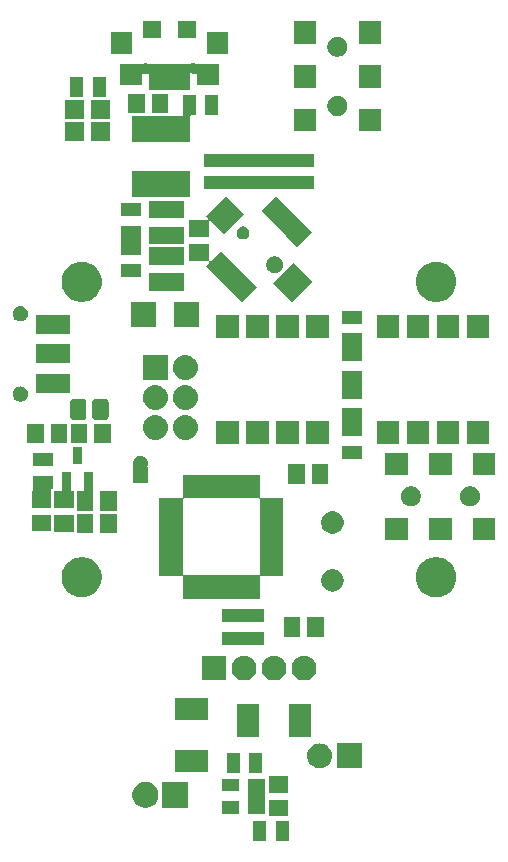
<source format=gbr>
G04 #@! TF.GenerationSoftware,KiCad,Pcbnew,(5.0.2)-1*
G04 #@! TF.CreationDate,2019-02-16T20:24:50+11:00*
G04 #@! TF.ProjectId,lightning trigger,6c696768-746e-4696-9e67-207472696767,rev?*
G04 #@! TF.SameCoordinates,Original*
G04 #@! TF.FileFunction,Soldermask,Top*
G04 #@! TF.FilePolarity,Negative*
%FSLAX46Y46*%
G04 Gerber Fmt 4.6, Leading zero omitted, Abs format (unit mm)*
G04 Created by KiCad (PCBNEW (5.0.2)-1) date 16/02/2019 8:24:50 PM*
%MOMM*%
%LPD*%
G01*
G04 APERTURE LIST*
%ADD10C,0.100000*%
G04 APERTURE END LIST*
D10*
G36*
X2516000Y-34632000D02*
X1416000Y-34632000D01*
X1416000Y-32932000D01*
X2516000Y-32932000D01*
X2516000Y-34632000D01*
X2516000Y-34632000D01*
G37*
G36*
X616000Y-34632000D02*
X-484000Y-34632000D01*
X-484000Y-32932000D01*
X616000Y-32932000D01*
X616000Y-34632000D01*
X616000Y-34632000D01*
G37*
G36*
X2476000Y-32561000D02*
X826000Y-32561000D01*
X826000Y-31161000D01*
X2476000Y-31161000D01*
X2476000Y-32561000D01*
X2476000Y-32561000D01*
G37*
G36*
X560000Y-32336000D02*
X-900000Y-32336000D01*
X-900000Y-29386000D01*
X560000Y-29386000D01*
X560000Y-32336000D01*
X560000Y-32336000D01*
G37*
G36*
X-1640000Y-32336000D02*
X-3100000Y-32336000D01*
X-3100000Y-31286000D01*
X-1640000Y-31286000D01*
X-1640000Y-32336000D01*
X-1640000Y-32336000D01*
G37*
G36*
X-5961200Y-31834000D02*
X-8161200Y-31834000D01*
X-8161200Y-29634000D01*
X-5961200Y-29634000D01*
X-5961200Y-31834000D01*
X-5961200Y-31834000D01*
G37*
G36*
X-9280343Y-29676272D02*
X-9080158Y-29759191D01*
X-8899987Y-29879578D01*
X-8746778Y-30032787D01*
X-8626391Y-30212958D01*
X-8543472Y-30413143D01*
X-8501200Y-30625658D01*
X-8501200Y-30842342D01*
X-8543472Y-31054857D01*
X-8626391Y-31255042D01*
X-8746778Y-31435213D01*
X-8899987Y-31588422D01*
X-9080158Y-31708809D01*
X-9280343Y-31791728D01*
X-9492858Y-31834000D01*
X-9709542Y-31834000D01*
X-9922057Y-31791728D01*
X-10122242Y-31708809D01*
X-10302413Y-31588422D01*
X-10455622Y-31435213D01*
X-10576009Y-31255042D01*
X-10658928Y-31054857D01*
X-10701200Y-30842342D01*
X-10701200Y-30625658D01*
X-10658928Y-30413143D01*
X-10576009Y-30212958D01*
X-10455622Y-30032787D01*
X-10302413Y-29879578D01*
X-10122242Y-29759191D01*
X-9922057Y-29676272D01*
X-9709542Y-29634000D01*
X-9492858Y-29634000D01*
X-9280343Y-29676272D01*
X-9280343Y-29676272D01*
G37*
G36*
X2476000Y-30561000D02*
X826000Y-30561000D01*
X826000Y-29161000D01*
X2476000Y-29161000D01*
X2476000Y-30561000D01*
X2476000Y-30561000D01*
G37*
G36*
X-1640000Y-30436000D02*
X-3100000Y-30436000D01*
X-3100000Y-29386000D01*
X-1640000Y-29386000D01*
X-1640000Y-30436000D01*
X-1640000Y-30436000D01*
G37*
G36*
X291000Y-28917000D02*
X-809000Y-28917000D01*
X-809000Y-27217000D01*
X291000Y-27217000D01*
X291000Y-28917000D01*
X291000Y-28917000D01*
G37*
G36*
X-1609000Y-28917000D02*
X-2709000Y-28917000D01*
X-2709000Y-27217000D01*
X-1609000Y-27217000D01*
X-1609000Y-28917000D01*
X-1609000Y-28917000D01*
G37*
G36*
X-4325000Y-28801500D02*
X-7105000Y-28801500D01*
X-7105000Y-26951500D01*
X-4325000Y-26951500D01*
X-4325000Y-28801500D01*
X-4325000Y-28801500D01*
G37*
G36*
X5272207Y-26389597D02*
X5349336Y-26397193D01*
X5481287Y-26437220D01*
X5547263Y-26457233D01*
X5729672Y-26554733D01*
X5889554Y-26685946D01*
X6020767Y-26845828D01*
X6118267Y-27028237D01*
X6118267Y-27028238D01*
X6178307Y-27226164D01*
X6198580Y-27432000D01*
X6178307Y-27637836D01*
X6138280Y-27769787D01*
X6118267Y-27835763D01*
X6020767Y-28018172D01*
X5889554Y-28178054D01*
X5729672Y-28309267D01*
X5547263Y-28406767D01*
X5481287Y-28426780D01*
X5349336Y-28466807D01*
X5272207Y-28474404D01*
X5195080Y-28482000D01*
X5091920Y-28482000D01*
X5014793Y-28474404D01*
X4937664Y-28466807D01*
X4805713Y-28426780D01*
X4739737Y-28406767D01*
X4557328Y-28309267D01*
X4397446Y-28178054D01*
X4266233Y-28018172D01*
X4168733Y-27835763D01*
X4148720Y-27769787D01*
X4108693Y-27637836D01*
X4088420Y-27432000D01*
X4108693Y-27226164D01*
X4168733Y-27028238D01*
X4168733Y-27028237D01*
X4266233Y-26845828D01*
X4397446Y-26685946D01*
X4557328Y-26554733D01*
X4739737Y-26457233D01*
X4805713Y-26437220D01*
X4937664Y-26397193D01*
X5014793Y-26389596D01*
X5091920Y-26382000D01*
X5195080Y-26382000D01*
X5272207Y-26389597D01*
X5272207Y-26389597D01*
G37*
G36*
X8733500Y-28482000D02*
X6633500Y-28482000D01*
X6633500Y-26382000D01*
X8733500Y-26382000D01*
X8733500Y-28482000D01*
X8733500Y-28482000D01*
G37*
G36*
X36000Y-25850000D02*
X-1814000Y-25850000D01*
X-1814000Y-23070000D01*
X36000Y-23070000D01*
X36000Y-25850000D01*
X36000Y-25850000D01*
G37*
G36*
X4436000Y-25850000D02*
X2586000Y-25850000D01*
X2586000Y-23070000D01*
X4436000Y-23070000D01*
X4436000Y-25850000D01*
X4436000Y-25850000D01*
G37*
G36*
X-4325000Y-24401500D02*
X-7105000Y-24401500D01*
X-7105000Y-22551500D01*
X-4325000Y-22551500D01*
X-4325000Y-24401500D01*
X-4325000Y-24401500D01*
G37*
G36*
X-2750000Y-21050000D02*
X-4850000Y-21050000D01*
X-4850000Y-18950000D01*
X-2750000Y-18950000D01*
X-2750000Y-21050000D01*
X-2750000Y-21050000D01*
G37*
G36*
X-1131293Y-18957597D02*
X-1054164Y-18965193D01*
X-922213Y-19005220D01*
X-856237Y-19025233D01*
X-673828Y-19122733D01*
X-513946Y-19253946D01*
X-382733Y-19413828D01*
X-285233Y-19596237D01*
X-285233Y-19596238D01*
X-225193Y-19794164D01*
X-204920Y-20000000D01*
X-225193Y-20205836D01*
X-265220Y-20337787D01*
X-285233Y-20403763D01*
X-382733Y-20586172D01*
X-513946Y-20746054D01*
X-673828Y-20877267D01*
X-856237Y-20974767D01*
X-922213Y-20994780D01*
X-1054164Y-21034807D01*
X-1131293Y-21042404D01*
X-1208420Y-21050000D01*
X-1311580Y-21050000D01*
X-1388707Y-21042404D01*
X-1465836Y-21034807D01*
X-1597787Y-20994780D01*
X-1663763Y-20974767D01*
X-1846172Y-20877267D01*
X-2006054Y-20746054D01*
X-2137267Y-20586172D01*
X-2234767Y-20403763D01*
X-2254780Y-20337787D01*
X-2294807Y-20205836D01*
X-2315080Y-20000000D01*
X-2294807Y-19794164D01*
X-2234767Y-19596238D01*
X-2234767Y-19596237D01*
X-2137267Y-19413828D01*
X-2006054Y-19253946D01*
X-1846172Y-19122733D01*
X-1663763Y-19025233D01*
X-1597787Y-19005220D01*
X-1465836Y-18965193D01*
X-1388707Y-18957597D01*
X-1311580Y-18950000D01*
X-1208420Y-18950000D01*
X-1131293Y-18957597D01*
X-1131293Y-18957597D01*
G37*
G36*
X3948707Y-18957597D02*
X4025836Y-18965193D01*
X4157787Y-19005220D01*
X4223763Y-19025233D01*
X4406172Y-19122733D01*
X4566054Y-19253946D01*
X4697267Y-19413828D01*
X4794767Y-19596237D01*
X4794767Y-19596238D01*
X4854807Y-19794164D01*
X4875080Y-20000000D01*
X4854807Y-20205836D01*
X4814780Y-20337787D01*
X4794767Y-20403763D01*
X4697267Y-20586172D01*
X4566054Y-20746054D01*
X4406172Y-20877267D01*
X4223763Y-20974767D01*
X4157787Y-20994780D01*
X4025836Y-21034807D01*
X3948707Y-21042404D01*
X3871580Y-21050000D01*
X3768420Y-21050000D01*
X3691293Y-21042404D01*
X3614164Y-21034807D01*
X3482213Y-20994780D01*
X3416237Y-20974767D01*
X3233828Y-20877267D01*
X3073946Y-20746054D01*
X2942733Y-20586172D01*
X2845233Y-20403763D01*
X2825220Y-20337787D01*
X2785193Y-20205836D01*
X2764920Y-20000000D01*
X2785193Y-19794164D01*
X2845233Y-19596238D01*
X2845233Y-19596237D01*
X2942733Y-19413828D01*
X3073946Y-19253946D01*
X3233828Y-19122733D01*
X3416237Y-19025233D01*
X3482213Y-19005220D01*
X3614164Y-18965193D01*
X3691293Y-18957597D01*
X3768420Y-18950000D01*
X3871580Y-18950000D01*
X3948707Y-18957597D01*
X3948707Y-18957597D01*
G37*
G36*
X1408707Y-18957597D02*
X1485836Y-18965193D01*
X1617787Y-19005220D01*
X1683763Y-19025233D01*
X1866172Y-19122733D01*
X2026054Y-19253946D01*
X2157267Y-19413828D01*
X2254767Y-19596237D01*
X2254767Y-19596238D01*
X2314807Y-19794164D01*
X2335080Y-20000000D01*
X2314807Y-20205836D01*
X2274780Y-20337787D01*
X2254767Y-20403763D01*
X2157267Y-20586172D01*
X2026054Y-20746054D01*
X1866172Y-20877267D01*
X1683763Y-20974767D01*
X1617787Y-20994780D01*
X1485836Y-21034807D01*
X1408707Y-21042404D01*
X1331580Y-21050000D01*
X1228420Y-21050000D01*
X1151293Y-21042404D01*
X1074164Y-21034807D01*
X942213Y-20994780D01*
X876237Y-20974767D01*
X693828Y-20877267D01*
X533946Y-20746054D01*
X402733Y-20586172D01*
X305233Y-20403763D01*
X285220Y-20337787D01*
X245193Y-20205836D01*
X224920Y-20000000D01*
X245193Y-19794164D01*
X305233Y-19596238D01*
X305233Y-19596237D01*
X402733Y-19413828D01*
X533946Y-19253946D01*
X693828Y-19122733D01*
X876237Y-19025233D01*
X942213Y-19005220D01*
X1074164Y-18965193D01*
X1151293Y-18957597D01*
X1228420Y-18950000D01*
X1331580Y-18950000D01*
X1408707Y-18957597D01*
X1408707Y-18957597D01*
G37*
G36*
X469000Y-18010000D02*
X-3136000Y-18010000D01*
X-3136000Y-16910000D01*
X469000Y-16910000D01*
X469000Y-18010000D01*
X469000Y-18010000D01*
G37*
G36*
X3510000Y-17335000D02*
X2110000Y-17335000D01*
X2110000Y-15685000D01*
X3510000Y-15685000D01*
X3510000Y-17335000D01*
X3510000Y-17335000D01*
G37*
G36*
X5510000Y-17335000D02*
X4110000Y-17335000D01*
X4110000Y-15685000D01*
X5510000Y-15685000D01*
X5510000Y-17335000D01*
X5510000Y-17335000D01*
G37*
G36*
X469000Y-16110000D02*
X-3136000Y-16110000D01*
X-3136000Y-15010000D01*
X469000Y-15010000D01*
X469000Y-16110000D01*
X469000Y-16110000D01*
G37*
G36*
X100000Y-5490000D02*
X102402Y-5514386D01*
X109515Y-5537835D01*
X121066Y-5559446D01*
X136612Y-5578388D01*
X155554Y-5593934D01*
X177165Y-5605485D01*
X200614Y-5612598D01*
X225000Y-5615000D01*
X2075000Y-5615000D01*
X2075000Y-12165000D01*
X225000Y-12165000D01*
X200614Y-12167402D01*
X177165Y-12174515D01*
X155554Y-12186066D01*
X136612Y-12201612D01*
X121066Y-12220554D01*
X109515Y-12242165D01*
X102402Y-12265614D01*
X100000Y-12290000D01*
X100000Y-14140000D01*
X-6450000Y-14140000D01*
X-6450000Y-12290000D01*
X-6452402Y-12265614D01*
X-6459515Y-12242165D01*
X-6471066Y-12220554D01*
X-6486612Y-12201612D01*
X-6505554Y-12186066D01*
X-6527165Y-12174515D01*
X-6550614Y-12167402D01*
X-6575000Y-12165000D01*
X-8425000Y-12165000D01*
X-8425000Y-5765000D01*
X-6425000Y-5765000D01*
X-6425000Y-12015000D01*
X-6422598Y-12039386D01*
X-6415485Y-12062835D01*
X-6403934Y-12084446D01*
X-6388388Y-12103388D01*
X-6369446Y-12118934D01*
X-6347835Y-12130485D01*
X-6324386Y-12137598D01*
X-6300000Y-12140000D01*
X-50000Y-12140000D01*
X-25614Y-12137598D01*
X-2165Y-12130485D01*
X19446Y-12118934D01*
X38388Y-12103388D01*
X53934Y-12084446D01*
X65485Y-12062835D01*
X72598Y-12039386D01*
X75000Y-12015000D01*
X75000Y-5765000D01*
X72598Y-5740614D01*
X65485Y-5717165D01*
X53934Y-5695554D01*
X38388Y-5676612D01*
X19446Y-5661066D01*
X-2165Y-5649515D01*
X-25614Y-5642402D01*
X-50000Y-5640000D01*
X-6300000Y-5640000D01*
X-6324386Y-5642402D01*
X-6347835Y-5649515D01*
X-6369446Y-5661066D01*
X-6388388Y-5676612D01*
X-6403934Y-5695554D01*
X-6415485Y-5717165D01*
X-6422598Y-5740614D01*
X-6425000Y-5765000D01*
X-8425000Y-5765000D01*
X-8425000Y-5615000D01*
X-6575000Y-5615000D01*
X-6550614Y-5612598D01*
X-6527165Y-5605485D01*
X-6505554Y-5593934D01*
X-6486612Y-5578388D01*
X-6471066Y-5559446D01*
X-6459515Y-5537835D01*
X-6452402Y-5514386D01*
X-6450000Y-5490000D01*
X-6450000Y-3640000D01*
X100000Y-3640000D01*
X100000Y-5490000D01*
X100000Y-5490000D01*
G37*
G36*
X15386393Y-10643553D02*
X15495872Y-10665330D01*
X15805252Y-10793479D01*
X16083687Y-10979523D01*
X16320477Y-11216313D01*
X16506521Y-11494748D01*
X16634670Y-11804128D01*
X16656447Y-11913607D01*
X16700000Y-12132563D01*
X16700000Y-12467437D01*
X16660390Y-12666567D01*
X16634670Y-12795872D01*
X16506521Y-13105252D01*
X16320477Y-13383687D01*
X16083687Y-13620477D01*
X15805252Y-13806521D01*
X15495872Y-13934670D01*
X15386393Y-13956447D01*
X15167437Y-14000000D01*
X14832563Y-14000000D01*
X14613607Y-13956447D01*
X14504128Y-13934670D01*
X14194748Y-13806521D01*
X13916313Y-13620477D01*
X13679523Y-13383687D01*
X13493479Y-13105252D01*
X13365330Y-12795872D01*
X13339610Y-12666567D01*
X13300000Y-12467437D01*
X13300000Y-12132563D01*
X13343553Y-11913607D01*
X13365330Y-11804128D01*
X13493479Y-11494748D01*
X13679523Y-11216313D01*
X13916313Y-10979523D01*
X14194748Y-10793479D01*
X14504128Y-10665330D01*
X14613607Y-10643553D01*
X14832563Y-10600000D01*
X15167437Y-10600000D01*
X15386393Y-10643553D01*
X15386393Y-10643553D01*
G37*
G36*
X-14613607Y-10643553D02*
X-14504128Y-10665330D01*
X-14194748Y-10793479D01*
X-13916313Y-10979523D01*
X-13679523Y-11216313D01*
X-13493479Y-11494748D01*
X-13365330Y-11804128D01*
X-13343553Y-11913607D01*
X-13300000Y-12132563D01*
X-13300000Y-12467437D01*
X-13339610Y-12666567D01*
X-13365330Y-12795872D01*
X-13493479Y-13105252D01*
X-13679523Y-13383687D01*
X-13916313Y-13620477D01*
X-14194748Y-13806521D01*
X-14504128Y-13934670D01*
X-14613607Y-13956447D01*
X-14832563Y-14000000D01*
X-15167437Y-14000000D01*
X-15386393Y-13956447D01*
X-15495872Y-13934670D01*
X-15805252Y-13806521D01*
X-16083687Y-13620477D01*
X-16320477Y-13383687D01*
X-16506521Y-13105252D01*
X-16634670Y-12795872D01*
X-16660390Y-12666567D01*
X-16700000Y-12467437D01*
X-16700000Y-12132563D01*
X-16656447Y-11913607D01*
X-16634670Y-11804128D01*
X-16506521Y-11494748D01*
X-16320477Y-11216313D01*
X-16083687Y-10979523D01*
X-15805252Y-10793479D01*
X-15495872Y-10665330D01*
X-15386393Y-10643553D01*
X-15167437Y-10600000D01*
X-14832563Y-10600000D01*
X-14613607Y-10643553D01*
X-14613607Y-10643553D01*
G37*
G36*
X6362452Y-11632127D02*
X6500105Y-11659508D01*
X6672994Y-11731121D01*
X6828590Y-11835087D01*
X6960913Y-11967410D01*
X7064879Y-12123006D01*
X7136492Y-12295895D01*
X7163873Y-12433548D01*
X7170614Y-12467435D01*
X7173000Y-12479433D01*
X7173000Y-12666567D01*
X7136492Y-12850105D01*
X7064879Y-13022994D01*
X6960913Y-13178590D01*
X6828590Y-13310913D01*
X6672994Y-13414879D01*
X6500105Y-13486492D01*
X6362452Y-13513873D01*
X6316568Y-13523000D01*
X6129432Y-13523000D01*
X6083548Y-13513873D01*
X5945895Y-13486492D01*
X5773006Y-13414879D01*
X5617410Y-13310913D01*
X5485087Y-13178590D01*
X5381121Y-13022994D01*
X5309508Y-12850105D01*
X5273000Y-12666567D01*
X5273000Y-12479433D01*
X5275387Y-12467435D01*
X5282127Y-12433548D01*
X5309508Y-12295895D01*
X5381121Y-12123006D01*
X5485087Y-11967410D01*
X5617410Y-11835087D01*
X5773006Y-11731121D01*
X5945895Y-11659508D01*
X6083548Y-11632127D01*
X6129432Y-11623000D01*
X6316568Y-11623000D01*
X6362452Y-11632127D01*
X6362452Y-11632127D01*
G37*
G36*
X12617000Y-9161000D02*
X10717000Y-9161000D01*
X10717000Y-7261000D01*
X12617000Y-7261000D01*
X12617000Y-9161000D01*
X12617000Y-9161000D01*
G37*
G36*
X16317000Y-9161000D02*
X14417000Y-9161000D01*
X14417000Y-7261000D01*
X16317000Y-7261000D01*
X16317000Y-9161000D01*
X16317000Y-9161000D01*
G37*
G36*
X20017000Y-9161000D02*
X18117000Y-9161000D01*
X18117000Y-7261000D01*
X20017000Y-7261000D01*
X20017000Y-9161000D01*
X20017000Y-9161000D01*
G37*
G36*
X6362451Y-6732127D02*
X6500105Y-6759508D01*
X6672994Y-6831121D01*
X6828590Y-6935087D01*
X6960913Y-7067410D01*
X7064879Y-7223006D01*
X7136492Y-7395895D01*
X7173000Y-7579433D01*
X7173000Y-7766567D01*
X7136492Y-7950105D01*
X7064879Y-8122994D01*
X6960913Y-8278590D01*
X6828590Y-8410913D01*
X6672994Y-8514879D01*
X6500105Y-8586492D01*
X6362452Y-8613873D01*
X6316568Y-8623000D01*
X6129432Y-8623000D01*
X6083548Y-8613873D01*
X5945895Y-8586492D01*
X5773006Y-8514879D01*
X5617410Y-8410913D01*
X5485087Y-8278590D01*
X5381121Y-8122994D01*
X5309508Y-7950105D01*
X5273000Y-7766567D01*
X5273000Y-7579433D01*
X5309508Y-7395895D01*
X5381121Y-7223006D01*
X5485087Y-7067410D01*
X5617410Y-6935087D01*
X5773006Y-6831121D01*
X5945895Y-6759508D01*
X6083549Y-6732127D01*
X6129432Y-6723000D01*
X6316568Y-6723000D01*
X6362451Y-6732127D01*
X6362451Y-6732127D01*
G37*
G36*
X-14032000Y-8572000D02*
X-15432000Y-8572000D01*
X-15432000Y-6922000D01*
X-14032000Y-6922000D01*
X-14032000Y-8572000D01*
X-14032000Y-8572000D01*
G37*
G36*
X-12032000Y-8572000D02*
X-13432000Y-8572000D01*
X-13432000Y-6922000D01*
X-12032000Y-6922000D01*
X-12032000Y-8572000D01*
X-12032000Y-8572000D01*
G37*
G36*
X-15685000Y-8447000D02*
X-17335000Y-8447000D01*
X-17335000Y-7047000D01*
X-15685000Y-7047000D01*
X-15685000Y-8447000D01*
X-15685000Y-8447000D01*
G37*
G36*
X-17590000Y-8431000D02*
X-19240000Y-8431000D01*
X-19240000Y-7031000D01*
X-17590000Y-7031000D01*
X-17590000Y-8431000D01*
X-17590000Y-8431000D01*
G37*
G36*
X-12032000Y-6667000D02*
X-13432000Y-6667000D01*
X-13432000Y-5017000D01*
X-12032000Y-5017000D01*
X-12032000Y-6667000D01*
X-12032000Y-6667000D01*
G37*
G36*
X-14047000Y-4892000D02*
X-14044598Y-4916386D01*
X-14037485Y-4939835D01*
X-14032000Y-4950097D01*
X-14032000Y-6667000D01*
X-15432000Y-6667000D01*
X-15432000Y-5017000D01*
X-14912000Y-5017000D01*
X-14887614Y-5014598D01*
X-14864165Y-5007485D01*
X-14842554Y-4995934D01*
X-14823612Y-4980388D01*
X-14808066Y-4961446D01*
X-14796515Y-4939835D01*
X-14789402Y-4916386D01*
X-14787000Y-4892000D01*
X-14787000Y-3378000D01*
X-14047000Y-3378000D01*
X-14047000Y-4892000D01*
X-14047000Y-4892000D01*
G37*
G36*
X-15947000Y-4922000D02*
X-15944598Y-4946386D01*
X-15937485Y-4969835D01*
X-15925934Y-4991446D01*
X-15910388Y-5010388D01*
X-15891446Y-5025934D01*
X-15869835Y-5037485D01*
X-15846386Y-5044598D01*
X-15822000Y-5047000D01*
X-15685000Y-5047000D01*
X-15685000Y-6447000D01*
X-17335000Y-6447000D01*
X-17335000Y-5044833D01*
X-17313000Y-5047000D01*
X-16812000Y-5047000D01*
X-16787614Y-5044598D01*
X-16764165Y-5037485D01*
X-16742554Y-5025934D01*
X-16723612Y-5010388D01*
X-16708066Y-4991446D01*
X-16696515Y-4969835D01*
X-16689402Y-4946386D01*
X-16687000Y-4922000D01*
X-16687000Y-3378000D01*
X-15947000Y-3378000D01*
X-15947000Y-4922000D01*
X-15947000Y-4922000D01*
G37*
G36*
X-17438000Y-4804167D02*
X-17460000Y-4802000D01*
X-17465000Y-4802000D01*
X-17489386Y-4804402D01*
X-17512835Y-4811515D01*
X-17534446Y-4823066D01*
X-17553388Y-4838612D01*
X-17568934Y-4857554D01*
X-17580485Y-4879165D01*
X-17587598Y-4902614D01*
X-17590000Y-4927000D01*
X-17590000Y-6431000D01*
X-19240000Y-6431000D01*
X-19240000Y-5028735D01*
X-19238614Y-5028598D01*
X-19215165Y-5021485D01*
X-19193554Y-5009934D01*
X-19174612Y-4994388D01*
X-19159066Y-4975446D01*
X-19147515Y-4953835D01*
X-19140402Y-4930386D01*
X-19138000Y-4906000D01*
X-19138000Y-3702000D01*
X-17438000Y-3702000D01*
X-17438000Y-4804167D01*
X-17438000Y-4804167D01*
G37*
G36*
X13114934Y-4643664D02*
X13269627Y-4707740D01*
X13408847Y-4800764D01*
X13527236Y-4919153D01*
X13620260Y-5058373D01*
X13684336Y-5213066D01*
X13717000Y-5377281D01*
X13717000Y-5544719D01*
X13684336Y-5708934D01*
X13620260Y-5863627D01*
X13527236Y-6002847D01*
X13408847Y-6121236D01*
X13269627Y-6214260D01*
X13114934Y-6278336D01*
X12950719Y-6311000D01*
X12783281Y-6311000D01*
X12619066Y-6278336D01*
X12464373Y-6214260D01*
X12325153Y-6121236D01*
X12206764Y-6002847D01*
X12113740Y-5863627D01*
X12049664Y-5708934D01*
X12017000Y-5544719D01*
X12017000Y-5377281D01*
X12049664Y-5213066D01*
X12113740Y-5058373D01*
X12206764Y-4919153D01*
X12325153Y-4800764D01*
X12464373Y-4707740D01*
X12619066Y-4643664D01*
X12783281Y-4611000D01*
X12950719Y-4611000D01*
X13114934Y-4643664D01*
X13114934Y-4643664D01*
G37*
G36*
X18114934Y-4643664D02*
X18269627Y-4707740D01*
X18408847Y-4800764D01*
X18527236Y-4919153D01*
X18620260Y-5058373D01*
X18684336Y-5213066D01*
X18717000Y-5377281D01*
X18717000Y-5544719D01*
X18684336Y-5708934D01*
X18620260Y-5863627D01*
X18527236Y-6002847D01*
X18408847Y-6121236D01*
X18269627Y-6214260D01*
X18114934Y-6278336D01*
X17950719Y-6311000D01*
X17783281Y-6311000D01*
X17619066Y-6278336D01*
X17464373Y-6214260D01*
X17325153Y-6121236D01*
X17206764Y-6002847D01*
X17113740Y-5863627D01*
X17049664Y-5708934D01*
X17017000Y-5544719D01*
X17017000Y-5377281D01*
X17049664Y-5213066D01*
X17113740Y-5058373D01*
X17206764Y-4919153D01*
X17325153Y-4800764D01*
X17464373Y-4707740D01*
X17619066Y-4643664D01*
X17783281Y-4611000D01*
X17950719Y-4611000D01*
X18114934Y-4643664D01*
X18114934Y-4643664D01*
G37*
G36*
X5891000Y-4381000D02*
X4491000Y-4381000D01*
X4491000Y-2731000D01*
X5891000Y-2731000D01*
X5891000Y-4381000D01*
X5891000Y-4381000D01*
G37*
G36*
X3891000Y-4381000D02*
X2491000Y-4381000D01*
X2491000Y-2731000D01*
X3891000Y-2731000D01*
X3891000Y-4381000D01*
X3891000Y-4381000D01*
G37*
G36*
X-9910479Y-2051043D02*
X-9792666Y-2086781D01*
X-9684089Y-2144817D01*
X-9588920Y-2222920D01*
X-9510817Y-2318089D01*
X-9452781Y-2426666D01*
X-9417043Y-2544479D01*
X-9404976Y-2667000D01*
X-9417043Y-2789521D01*
X-9444709Y-2880724D01*
X-9449488Y-2904748D01*
X-9449488Y-2929252D01*
X-9444708Y-2953285D01*
X-9435330Y-2975924D01*
X-9421716Y-2996299D01*
X-9408000Y-3010015D01*
X-9408000Y-4292000D01*
X-10658000Y-4292000D01*
X-10658000Y-3009884D01*
X-10652522Y-3005388D01*
X-10636976Y-2986446D01*
X-10625425Y-2964835D01*
X-10618312Y-2941386D01*
X-10615910Y-2917000D01*
X-10618312Y-2892614D01*
X-10621288Y-2880734D01*
X-10648957Y-2789521D01*
X-10661024Y-2667000D01*
X-10648957Y-2544479D01*
X-10613219Y-2426666D01*
X-10555183Y-2318089D01*
X-10477080Y-2222920D01*
X-10381911Y-2144817D01*
X-10273334Y-2086781D01*
X-10155521Y-2051043D01*
X-10063704Y-2042000D01*
X-10002296Y-2042000D01*
X-9910479Y-2051043D01*
X-9910479Y-2051043D01*
G37*
G36*
X20017000Y-3661000D02*
X18117000Y-3661000D01*
X18117000Y-1761000D01*
X20017000Y-1761000D01*
X20017000Y-3661000D01*
X20017000Y-3661000D01*
G37*
G36*
X16317000Y-3661000D02*
X14417000Y-3661000D01*
X14417000Y-1761000D01*
X16317000Y-1761000D01*
X16317000Y-3661000D01*
X16317000Y-3661000D01*
G37*
G36*
X12617000Y-3661000D02*
X10717000Y-3661000D01*
X10717000Y-1761000D01*
X12617000Y-1761000D01*
X12617000Y-3661000D01*
X12617000Y-3661000D01*
G37*
G36*
X-17438000Y-2902000D02*
X-19138000Y-2902000D01*
X-19138000Y-1802000D01*
X-17438000Y-1802000D01*
X-17438000Y-2902000D01*
X-17438000Y-2902000D01*
G37*
G36*
X-14997000Y-2718000D02*
X-15737000Y-2718000D01*
X-15737000Y-1278000D01*
X-14997000Y-1278000D01*
X-14997000Y-2718000D01*
X-14997000Y-2718000D01*
G37*
G36*
X8724000Y-2262000D02*
X7024000Y-2262000D01*
X7024000Y-1162000D01*
X8724000Y-1162000D01*
X8724000Y-2262000D01*
X8724000Y-2262000D01*
G37*
G36*
X16964000Y-1017000D02*
X15040000Y-1017000D01*
X15040000Y907000D01*
X16964000Y907000D01*
X16964000Y-1017000D01*
X16964000Y-1017000D01*
G37*
G36*
X835000Y-1017000D02*
X-1089000Y-1017000D01*
X-1089000Y907000D01*
X835000Y907000D01*
X835000Y-1017000D01*
X835000Y-1017000D01*
G37*
G36*
X-1705000Y-1017000D02*
X-3629000Y-1017000D01*
X-3629000Y907000D01*
X-1705000Y907000D01*
X-1705000Y-1017000D01*
X-1705000Y-1017000D01*
G37*
G36*
X3375000Y-1017000D02*
X1451000Y-1017000D01*
X1451000Y907000D01*
X3375000Y907000D01*
X3375000Y-1017000D01*
X3375000Y-1017000D01*
G37*
G36*
X5915000Y-1017000D02*
X3991000Y-1017000D01*
X3991000Y907000D01*
X5915000Y907000D01*
X5915000Y-1017000D01*
X5915000Y-1017000D01*
G37*
G36*
X11884000Y-1017000D02*
X9960000Y-1017000D01*
X9960000Y907000D01*
X11884000Y907000D01*
X11884000Y-1017000D01*
X11884000Y-1017000D01*
G37*
G36*
X14424000Y-1017000D02*
X12500000Y-1017000D01*
X12500000Y907000D01*
X14424000Y907000D01*
X14424000Y-1017000D01*
X14424000Y-1017000D01*
G37*
G36*
X19504000Y-1017000D02*
X17580000Y-1017000D01*
X17580000Y907000D01*
X19504000Y907000D01*
X19504000Y-1017000D01*
X19504000Y-1017000D01*
G37*
G36*
X-18207000Y-952000D02*
X-19607000Y-952000D01*
X-19607000Y698000D01*
X-18207000Y698000D01*
X-18207000Y-952000D01*
X-18207000Y-952000D01*
G37*
G36*
X-16207000Y-952000D02*
X-17607000Y-952000D01*
X-17607000Y698000D01*
X-16207000Y698000D01*
X-16207000Y-952000D01*
X-16207000Y-952000D01*
G37*
G36*
X-12524000Y-952000D02*
X-13924000Y-952000D01*
X-13924000Y698000D01*
X-12524000Y698000D01*
X-12524000Y-952000D01*
X-12524000Y-952000D01*
G37*
G36*
X-14524000Y-952000D02*
X-15924000Y-952000D01*
X-15924000Y698000D01*
X-14524000Y698000D01*
X-14524000Y-952000D01*
X-14524000Y-952000D01*
G37*
G36*
X-8634293Y1423404D02*
X-8557164Y1415807D01*
X-8425213Y1375780D01*
X-8359237Y1355767D01*
X-8176828Y1258267D01*
X-8016946Y1127054D01*
X-7885733Y967172D01*
X-7788233Y784763D01*
X-7788233Y784762D01*
X-7728193Y586836D01*
X-7707920Y381000D01*
X-7728193Y175164D01*
X-7768220Y43213D01*
X-7788233Y-22763D01*
X-7885733Y-205172D01*
X-8016946Y-365054D01*
X-8176828Y-496267D01*
X-8359237Y-593767D01*
X-8425213Y-613780D01*
X-8557164Y-653807D01*
X-8634293Y-661403D01*
X-8711420Y-669000D01*
X-8814580Y-669000D01*
X-8891707Y-661403D01*
X-8968836Y-653807D01*
X-9100787Y-613780D01*
X-9166763Y-593767D01*
X-9349172Y-496267D01*
X-9509054Y-365054D01*
X-9640267Y-205172D01*
X-9737767Y-22763D01*
X-9757780Y43213D01*
X-9797807Y175164D01*
X-9818080Y381000D01*
X-9797807Y586836D01*
X-9737767Y784762D01*
X-9737767Y784763D01*
X-9640267Y967172D01*
X-9509054Y1127054D01*
X-9349172Y1258267D01*
X-9166763Y1355767D01*
X-9100787Y1375780D01*
X-8968836Y1415807D01*
X-8891707Y1423404D01*
X-8814580Y1431000D01*
X-8711420Y1431000D01*
X-8634293Y1423404D01*
X-8634293Y1423404D01*
G37*
G36*
X-6094293Y1423404D02*
X-6017164Y1415807D01*
X-5885213Y1375780D01*
X-5819237Y1355767D01*
X-5636828Y1258267D01*
X-5476946Y1127054D01*
X-5345733Y967172D01*
X-5248233Y784763D01*
X-5248233Y784762D01*
X-5188193Y586836D01*
X-5167920Y381000D01*
X-5188193Y175164D01*
X-5228220Y43213D01*
X-5248233Y-22763D01*
X-5345733Y-205172D01*
X-5476946Y-365054D01*
X-5636828Y-496267D01*
X-5819237Y-593767D01*
X-5885213Y-613780D01*
X-6017164Y-653807D01*
X-6094293Y-661403D01*
X-6171420Y-669000D01*
X-6274580Y-669000D01*
X-6351707Y-661403D01*
X-6428836Y-653807D01*
X-6560787Y-613780D01*
X-6626763Y-593767D01*
X-6809172Y-496267D01*
X-6969054Y-365054D01*
X-7100267Y-205172D01*
X-7197767Y-22763D01*
X-7217780Y43213D01*
X-7257807Y175164D01*
X-7278080Y381000D01*
X-7257807Y586836D01*
X-7197767Y784762D01*
X-7197767Y784763D01*
X-7100267Y967172D01*
X-6969054Y1127054D01*
X-6809172Y1258267D01*
X-6626763Y1355767D01*
X-6560787Y1375780D01*
X-6428836Y1415807D01*
X-6351707Y1423404D01*
X-6274580Y1431000D01*
X-6171420Y1431000D01*
X-6094293Y1423404D01*
X-6094293Y1423404D01*
G37*
G36*
X8724000Y-362000D02*
X7024000Y-362000D01*
X7024000Y2013000D01*
X8724000Y2013000D01*
X8724000Y-362000D01*
X8724000Y-362000D01*
G37*
G36*
X-14827503Y2799003D02*
X-14774847Y2783030D01*
X-14726335Y2757100D01*
X-14683804Y2722196D01*
X-14648900Y2679665D01*
X-14622970Y2631153D01*
X-14606997Y2578497D01*
X-14601000Y2517610D01*
X-14601000Y1292390D01*
X-14606997Y1231503D01*
X-14622970Y1178847D01*
X-14648900Y1130335D01*
X-14683804Y1087804D01*
X-14726335Y1052900D01*
X-14774847Y1026970D01*
X-14827503Y1010997D01*
X-14888390Y1005000D01*
X-15688610Y1005000D01*
X-15749497Y1010997D01*
X-15802153Y1026970D01*
X-15850665Y1052900D01*
X-15893196Y1087804D01*
X-15928100Y1130335D01*
X-15954030Y1178847D01*
X-15970003Y1231503D01*
X-15976000Y1292390D01*
X-15976000Y2517610D01*
X-15970003Y2578497D01*
X-15954030Y2631153D01*
X-15928100Y2679665D01*
X-15893196Y2722196D01*
X-15850665Y2757100D01*
X-15802153Y2783030D01*
X-15749497Y2799003D01*
X-15688610Y2805000D01*
X-14888390Y2805000D01*
X-14827503Y2799003D01*
X-14827503Y2799003D01*
G37*
G36*
X-12952503Y2799003D02*
X-12899847Y2783030D01*
X-12851335Y2757100D01*
X-12808804Y2722196D01*
X-12773900Y2679665D01*
X-12747970Y2631153D01*
X-12731997Y2578497D01*
X-12726000Y2517610D01*
X-12726000Y1292390D01*
X-12731997Y1231503D01*
X-12747970Y1178847D01*
X-12773900Y1130335D01*
X-12808804Y1087804D01*
X-12851335Y1052900D01*
X-12899847Y1026970D01*
X-12952503Y1010997D01*
X-13013390Y1005000D01*
X-13813610Y1005000D01*
X-13874497Y1010997D01*
X-13927153Y1026970D01*
X-13975665Y1052900D01*
X-14018196Y1087804D01*
X-14053100Y1130335D01*
X-14079030Y1178847D01*
X-14095003Y1231503D01*
X-14101000Y1292390D01*
X-14101000Y2517610D01*
X-14095003Y2578497D01*
X-14079030Y2631153D01*
X-14053100Y2679665D01*
X-14018196Y2722196D01*
X-13975665Y2757100D01*
X-13927153Y2783030D01*
X-13874497Y2799003D01*
X-13813610Y2805000D01*
X-13013390Y2805000D01*
X-12952503Y2799003D01*
X-12952503Y2799003D01*
G37*
G36*
X-6094293Y3963403D02*
X-6017164Y3955807D01*
X-5885213Y3915780D01*
X-5819237Y3895767D01*
X-5636828Y3798267D01*
X-5476946Y3667054D01*
X-5345733Y3507172D01*
X-5248233Y3324763D01*
X-5248233Y3324762D01*
X-5188193Y3126836D01*
X-5167920Y2921000D01*
X-5188193Y2715164D01*
X-5214641Y2627977D01*
X-5248233Y2517237D01*
X-5345733Y2334828D01*
X-5476946Y2174946D01*
X-5636828Y2043733D01*
X-5819237Y1946233D01*
X-5885213Y1926220D01*
X-6017164Y1886193D01*
X-6094293Y1878596D01*
X-6171420Y1871000D01*
X-6274580Y1871000D01*
X-6351707Y1878596D01*
X-6428836Y1886193D01*
X-6560787Y1926220D01*
X-6626763Y1946233D01*
X-6809172Y2043733D01*
X-6969054Y2174946D01*
X-7100267Y2334828D01*
X-7197767Y2517237D01*
X-7231359Y2627977D01*
X-7257807Y2715164D01*
X-7278080Y2921000D01*
X-7257807Y3126836D01*
X-7197767Y3324762D01*
X-7197767Y3324763D01*
X-7100267Y3507172D01*
X-6969054Y3667054D01*
X-6809172Y3798267D01*
X-6626763Y3895767D01*
X-6560787Y3915780D01*
X-6428836Y3955807D01*
X-6351707Y3963403D01*
X-6274580Y3971000D01*
X-6171420Y3971000D01*
X-6094293Y3963403D01*
X-6094293Y3963403D01*
G37*
G36*
X-8634293Y3963403D02*
X-8557164Y3955807D01*
X-8425213Y3915780D01*
X-8359237Y3895767D01*
X-8176828Y3798267D01*
X-8016946Y3667054D01*
X-7885733Y3507172D01*
X-7788233Y3324763D01*
X-7788233Y3324762D01*
X-7728193Y3126836D01*
X-7707920Y2921000D01*
X-7728193Y2715164D01*
X-7754641Y2627977D01*
X-7788233Y2517237D01*
X-7885733Y2334828D01*
X-8016946Y2174946D01*
X-8176828Y2043733D01*
X-8359237Y1946233D01*
X-8425213Y1926220D01*
X-8557164Y1886193D01*
X-8634293Y1878596D01*
X-8711420Y1871000D01*
X-8814580Y1871000D01*
X-8891707Y1878596D01*
X-8968836Y1886193D01*
X-9100787Y1926220D01*
X-9166763Y1946233D01*
X-9349172Y2043733D01*
X-9509054Y2174946D01*
X-9640267Y2334828D01*
X-9737767Y2517237D01*
X-9771359Y2627977D01*
X-9797807Y2715164D01*
X-9818080Y2921000D01*
X-9797807Y3126836D01*
X-9737767Y3324762D01*
X-9737767Y3324763D01*
X-9640267Y3507172D01*
X-9509054Y3667054D01*
X-9349172Y3798267D01*
X-9166763Y3895767D01*
X-9100787Y3915780D01*
X-8968836Y3955807D01*
X-8891707Y3963403D01*
X-8814580Y3971000D01*
X-8711420Y3971000D01*
X-8634293Y3963403D01*
X-8634293Y3963403D01*
G37*
G36*
X-20045262Y3837347D02*
X-20003402Y3829021D01*
X-19968755Y3814670D01*
X-19885110Y3780023D01*
X-19778646Y3708886D01*
X-19688114Y3618354D01*
X-19616977Y3511890D01*
X-19567979Y3393597D01*
X-19543000Y3268021D01*
X-19543000Y3139979D01*
X-19567979Y3014403D01*
X-19616977Y2896110D01*
X-19688114Y2789646D01*
X-19778646Y2699114D01*
X-19885110Y2627977D01*
X-19968755Y2593330D01*
X-20003402Y2578979D01*
X-20045262Y2570653D01*
X-20128979Y2554000D01*
X-20257021Y2554000D01*
X-20340738Y2570653D01*
X-20382598Y2578979D01*
X-20417245Y2593330D01*
X-20500890Y2627977D01*
X-20607354Y2699114D01*
X-20697886Y2789646D01*
X-20769023Y2896110D01*
X-20818021Y3014403D01*
X-20843000Y3139979D01*
X-20843000Y3268021D01*
X-20818021Y3393597D01*
X-20769023Y3511890D01*
X-20697886Y3618354D01*
X-20607354Y3708886D01*
X-20500890Y3780023D01*
X-20417245Y3814670D01*
X-20382598Y3829021D01*
X-20340738Y3837347D01*
X-20257021Y3854000D01*
X-20128979Y3854000D01*
X-20045262Y3837347D01*
X-20045262Y3837347D01*
G37*
G36*
X8724000Y2813000D02*
X7024000Y2813000D01*
X7024000Y5188000D01*
X8724000Y5188000D01*
X8724000Y2813000D01*
X8724000Y2813000D01*
G37*
G36*
X-15993000Y3304000D02*
X-18893000Y3304000D01*
X-18893000Y4904000D01*
X-15993000Y4904000D01*
X-15993000Y3304000D01*
X-15993000Y3304000D01*
G37*
G36*
X-7713000Y4411000D02*
X-9813000Y4411000D01*
X-9813000Y6511000D01*
X-7713000Y6511000D01*
X-7713000Y4411000D01*
X-7713000Y4411000D01*
G37*
G36*
X-6094293Y6503403D02*
X-6017164Y6495807D01*
X-5885213Y6455780D01*
X-5819237Y6435767D01*
X-5636828Y6338267D01*
X-5476946Y6207054D01*
X-5345733Y6047172D01*
X-5248233Y5864763D01*
X-5248233Y5864762D01*
X-5188193Y5666836D01*
X-5167920Y5461000D01*
X-5188193Y5255164D01*
X-5208567Y5188000D01*
X-5248233Y5057237D01*
X-5345733Y4874828D01*
X-5476946Y4714946D01*
X-5636828Y4583733D01*
X-5819237Y4486233D01*
X-5885213Y4466220D01*
X-6017164Y4426193D01*
X-6094293Y4418597D01*
X-6171420Y4411000D01*
X-6274580Y4411000D01*
X-6351707Y4418597D01*
X-6428836Y4426193D01*
X-6560787Y4466220D01*
X-6626763Y4486233D01*
X-6809172Y4583733D01*
X-6969054Y4714946D01*
X-7100267Y4874828D01*
X-7197767Y5057237D01*
X-7237433Y5188000D01*
X-7257807Y5255164D01*
X-7278080Y5461000D01*
X-7257807Y5666836D01*
X-7197767Y5864762D01*
X-7197767Y5864763D01*
X-7100267Y6047172D01*
X-6969054Y6207054D01*
X-6809172Y6338267D01*
X-6626763Y6435767D01*
X-6560787Y6455780D01*
X-6428836Y6495807D01*
X-6351707Y6503404D01*
X-6274580Y6511000D01*
X-6171420Y6511000D01*
X-6094293Y6503403D01*
X-6094293Y6503403D01*
G37*
G36*
X-15993000Y5804000D02*
X-18893000Y5804000D01*
X-18893000Y7404000D01*
X-15993000Y7404000D01*
X-15993000Y5804000D01*
X-15993000Y5804000D01*
G37*
G36*
X8724000Y5988000D02*
X7024000Y5988000D01*
X7024000Y8363000D01*
X8724000Y8363000D01*
X8724000Y5988000D01*
X8724000Y5988000D01*
G37*
G36*
X3375000Y7983000D02*
X1451000Y7983000D01*
X1451000Y9907000D01*
X3375000Y9907000D01*
X3375000Y7983000D01*
X3375000Y7983000D01*
G37*
G36*
X5915000Y7983000D02*
X3991000Y7983000D01*
X3991000Y9907000D01*
X5915000Y9907000D01*
X5915000Y7983000D01*
X5915000Y7983000D01*
G37*
G36*
X11884000Y7983000D02*
X9960000Y7983000D01*
X9960000Y9907000D01*
X11884000Y9907000D01*
X11884000Y7983000D01*
X11884000Y7983000D01*
G37*
G36*
X14424000Y7983000D02*
X12500000Y7983000D01*
X12500000Y9907000D01*
X14424000Y9907000D01*
X14424000Y7983000D01*
X14424000Y7983000D01*
G37*
G36*
X16964000Y7983000D02*
X15040000Y7983000D01*
X15040000Y9907000D01*
X16964000Y9907000D01*
X16964000Y7983000D01*
X16964000Y7983000D01*
G37*
G36*
X19504000Y7983000D02*
X17580000Y7983000D01*
X17580000Y9907000D01*
X19504000Y9907000D01*
X19504000Y7983000D01*
X19504000Y7983000D01*
G37*
G36*
X835000Y7983000D02*
X-1089000Y7983000D01*
X-1089000Y9907000D01*
X835000Y9907000D01*
X835000Y7983000D01*
X835000Y7983000D01*
G37*
G36*
X-1705000Y7983000D02*
X-3629000Y7983000D01*
X-3629000Y9907000D01*
X-1705000Y9907000D01*
X-1705000Y7983000D01*
X-1705000Y7983000D01*
G37*
G36*
X-15993000Y8304000D02*
X-18893000Y8304000D01*
X-18893000Y9904000D01*
X-15993000Y9904000D01*
X-15993000Y8304000D01*
X-15993000Y8304000D01*
G37*
G36*
X-5046000Y8856000D02*
X-7146000Y8856000D01*
X-7146000Y10956000D01*
X-5046000Y10956000D01*
X-5046000Y8856000D01*
X-5046000Y8856000D01*
G37*
G36*
X-8729000Y8856000D02*
X-10829000Y8856000D01*
X-10829000Y10956000D01*
X-8729000Y10956000D01*
X-8729000Y8856000D01*
X-8729000Y8856000D01*
G37*
G36*
X8724000Y9163000D02*
X7024000Y9163000D01*
X7024000Y10263000D01*
X8724000Y10263000D01*
X8724000Y9163000D01*
X8724000Y9163000D01*
G37*
G36*
X-20045262Y10637347D02*
X-20003402Y10629021D01*
X-19968755Y10614670D01*
X-19885110Y10580023D01*
X-19778646Y10508886D01*
X-19688114Y10418354D01*
X-19616977Y10311890D01*
X-19567979Y10193597D01*
X-19543000Y10068021D01*
X-19543000Y9939979D01*
X-19567979Y9814403D01*
X-19616977Y9696110D01*
X-19688114Y9589646D01*
X-19778646Y9499114D01*
X-19885110Y9427977D01*
X-19968755Y9393330D01*
X-20003402Y9378979D01*
X-20045262Y9370653D01*
X-20128979Y9354000D01*
X-20257021Y9354000D01*
X-20340738Y9370653D01*
X-20382598Y9378979D01*
X-20417245Y9393330D01*
X-20500890Y9427977D01*
X-20607354Y9499114D01*
X-20697886Y9589646D01*
X-20769023Y9696110D01*
X-20818021Y9814403D01*
X-20843000Y9939979D01*
X-20843000Y10068021D01*
X-20818021Y10193597D01*
X-20769023Y10311890D01*
X-20697886Y10418354D01*
X-20607354Y10508886D01*
X-20500890Y10580023D01*
X-20417245Y10614670D01*
X-20382598Y10629021D01*
X-20340738Y10637347D01*
X-20257021Y10654000D01*
X-20128979Y10654000D01*
X-20045262Y10637347D01*
X-20045262Y10637347D01*
G37*
G36*
X15386393Y14356447D02*
X15495872Y14334670D01*
X15805252Y14206521D01*
X16083687Y14020477D01*
X16320477Y13783687D01*
X16506521Y13505252D01*
X16634670Y13195872D01*
X16656447Y13086393D01*
X16676860Y12983771D01*
X16700000Y12867435D01*
X16700000Y12532565D01*
X16634670Y12204128D01*
X16506521Y11894748D01*
X16320477Y11616313D01*
X16083687Y11379523D01*
X15805252Y11193479D01*
X15495872Y11065330D01*
X15386393Y11043553D01*
X15167437Y11000000D01*
X14832563Y11000000D01*
X14613607Y11043553D01*
X14504128Y11065330D01*
X14194748Y11193479D01*
X13916313Y11379523D01*
X13679523Y11616313D01*
X13493479Y11894748D01*
X13365330Y12204128D01*
X13300000Y12532565D01*
X13300000Y12867435D01*
X13323141Y12983771D01*
X13343553Y13086393D01*
X13365330Y13195872D01*
X13493479Y13505252D01*
X13679523Y13783687D01*
X13916313Y14020477D01*
X14194748Y14206521D01*
X14504128Y14334670D01*
X14613607Y14356447D01*
X14832563Y14400000D01*
X15167437Y14400000D01*
X15386393Y14356447D01*
X15386393Y14356447D01*
G37*
G36*
X-14613607Y14356447D02*
X-14504128Y14334670D01*
X-14194748Y14206521D01*
X-13916313Y14020477D01*
X-13679523Y13783687D01*
X-13493479Y13505252D01*
X-13365330Y13195872D01*
X-13343553Y13086393D01*
X-13323140Y12983771D01*
X-13300000Y12867435D01*
X-13300000Y12532565D01*
X-13365330Y12204128D01*
X-13493479Y11894748D01*
X-13679523Y11616313D01*
X-13916313Y11379523D01*
X-14194748Y11193479D01*
X-14504128Y11065330D01*
X-14613607Y11043553D01*
X-14832563Y11000000D01*
X-15167437Y11000000D01*
X-15386393Y11043553D01*
X-15495872Y11065330D01*
X-15805252Y11193479D01*
X-16083687Y11379523D01*
X-16320477Y11616313D01*
X-16506521Y11894748D01*
X-16634670Y12204128D01*
X-16700000Y12532565D01*
X-16700000Y12867435D01*
X-16676859Y12983771D01*
X-16656447Y13086393D01*
X-16634670Y13195872D01*
X-16506521Y13505252D01*
X-16320477Y13783687D01*
X-16083687Y14020477D01*
X-15805252Y14206521D01*
X-15495872Y14334670D01*
X-15386393Y14356447D01*
X-15167437Y14400000D01*
X-14832563Y14400000D01*
X-14613607Y14356447D01*
X-14613607Y14356447D01*
G37*
G36*
X-4255000Y14581336D02*
X-4252598Y14556950D01*
X-4245485Y14533501D01*
X-4233934Y14511890D01*
X-4218388Y14492948D01*
X-4199446Y14477402D01*
X-4177835Y14465851D01*
X-4154386Y14458738D01*
X-4130000Y14456336D01*
X-4105614Y14458738D01*
X-4082165Y14465851D01*
X-4060554Y14477402D01*
X-4041612Y14492948D01*
X-3217336Y15317224D01*
X-2315775Y14415663D01*
X-2315769Y14415658D01*
X-1078343Y13178232D01*
X-1078338Y13178226D01*
X-176776Y12276664D01*
X-1449569Y11003871D01*
X-2598613Y12152915D01*
X-2598618Y12152921D01*
X-3341080Y12895383D01*
X-3341086Y12895388D01*
X-4490129Y14044431D01*
X-4242748Y14291812D01*
X-4227202Y14310754D01*
X-4215651Y14332365D01*
X-4208538Y14355814D01*
X-4206136Y14380200D01*
X-4208538Y14404586D01*
X-4215651Y14428035D01*
X-4227202Y14449646D01*
X-4242748Y14468588D01*
X-4261690Y14484134D01*
X-4283301Y14495685D01*
X-4306750Y14502798D01*
X-4331136Y14505200D01*
X-5905000Y14505200D01*
X-5905000Y15905200D01*
X-4255000Y15905200D01*
X-4255000Y14581336D01*
X-4255000Y14581336D01*
G37*
G36*
X4490128Y12700929D02*
X2793071Y11003872D01*
X1237436Y12559507D01*
X2934493Y14256564D01*
X4490128Y12700929D01*
X4490128Y12700929D01*
G37*
G36*
X-6335500Y11949500D02*
X-9285500Y11949500D01*
X-9285500Y13409500D01*
X-6335500Y13409500D01*
X-6335500Y11949500D01*
X-6335500Y11949500D01*
G37*
G36*
X-9945000Y13105000D02*
X-11645000Y13105000D01*
X-11645000Y14205000D01*
X-9945000Y14205000D01*
X-9945000Y13105000D01*
X-9945000Y13105000D01*
G37*
G36*
X1547686Y14823597D02*
X1675077Y14770829D01*
X1789728Y14694222D01*
X1887228Y14596722D01*
X1963835Y14482071D01*
X2016603Y14354680D01*
X2043503Y14219442D01*
X2043503Y14081552D01*
X2016603Y13946314D01*
X1963835Y13818923D01*
X1887228Y13704272D01*
X1789728Y13606772D01*
X1675077Y13530165D01*
X1547686Y13477397D01*
X1412448Y13450497D01*
X1274558Y13450497D01*
X1139320Y13477397D01*
X1011929Y13530165D01*
X897278Y13606772D01*
X799778Y13704272D01*
X723171Y13818923D01*
X670403Y13946314D01*
X643503Y14081552D01*
X643503Y14219442D01*
X670403Y14354680D01*
X723171Y14482071D01*
X799778Y14596722D01*
X897278Y14694222D01*
X1011929Y14770829D01*
X1139320Y14823597D01*
X1274558Y14850497D01*
X1412448Y14850497D01*
X1547686Y14823597D01*
X1547686Y14823597D01*
G37*
G36*
X-6335500Y14149500D02*
X-9285500Y14149500D01*
X-9285500Y15609500D01*
X-6335500Y15609500D01*
X-6335500Y14149500D01*
X-6335500Y14149500D01*
G37*
G36*
X-9945000Y15005000D02*
X-11645000Y15005000D01*
X-11645000Y17446000D01*
X-9945000Y17446000D01*
X-9945000Y15005000D01*
X-9945000Y15005000D01*
G37*
G36*
X4490129Y16943569D02*
X3217336Y15670776D01*
X2315775Y16572338D01*
X2315764Y16572347D01*
X1078347Y17809764D01*
X1078338Y17809775D01*
X176776Y18711336D01*
X1449569Y19984129D01*
X4490129Y16943569D01*
X4490129Y16943569D01*
G37*
G36*
X-6338000Y15866000D02*
X-9288000Y15866000D01*
X-9288000Y17326000D01*
X-6338000Y17326000D01*
X-6338000Y15866000D01*
X-6338000Y15866000D01*
G37*
G36*
X-1253913Y17380458D02*
X-1183074Y17366367D01*
X-1085621Y17326000D01*
X-1082980Y17324906D01*
X-992896Y17264714D01*
X-916292Y17188110D01*
X-916290Y17188107D01*
X-856100Y17098026D01*
X-814639Y16997932D01*
X-793503Y16891673D01*
X-793503Y16783333D01*
X-814639Y16677074D01*
X-821411Y16660726D01*
X-856100Y16576980D01*
X-916292Y16486896D01*
X-992896Y16410292D01*
X-992899Y16410290D01*
X-1082980Y16350100D01*
X-1183074Y16308639D01*
X-1253913Y16294548D01*
X-1289332Y16287503D01*
X-1397674Y16287503D01*
X-1433093Y16294548D01*
X-1503932Y16308639D01*
X-1604026Y16350100D01*
X-1694107Y16410290D01*
X-1694110Y16410292D01*
X-1770714Y16486896D01*
X-1830906Y16576980D01*
X-1865595Y16660726D01*
X-1872367Y16677074D01*
X-1893503Y16783333D01*
X-1893503Y16891673D01*
X-1872367Y16997932D01*
X-1830906Y17098026D01*
X-1770716Y17188107D01*
X-1770714Y17188110D01*
X-1694110Y17264714D01*
X-1604026Y17324906D01*
X-1601385Y17326000D01*
X-1503932Y17366367D01*
X-1433093Y17380458D01*
X-1397674Y17387503D01*
X-1289332Y17387503D01*
X-1253913Y17380458D01*
X-1253913Y17380458D01*
G37*
G36*
X-1237436Y18428493D02*
X-2934493Y16731436D01*
X-4041612Y17838555D01*
X-4060554Y17854101D01*
X-4082165Y17865652D01*
X-4105614Y17872765D01*
X-4130000Y17875167D01*
X-4154386Y17872765D01*
X-4177835Y17865652D01*
X-4199446Y17854101D01*
X-4218388Y17838555D01*
X-4233934Y17819613D01*
X-4245485Y17798002D01*
X-4252598Y17774553D01*
X-4255000Y17750167D01*
X-4255000Y16505200D01*
X-5905000Y16505200D01*
X-5905000Y17905200D01*
X-4410033Y17905200D01*
X-4385647Y17907602D01*
X-4362198Y17914715D01*
X-4340587Y17926266D01*
X-4321645Y17941812D01*
X-4306099Y17960754D01*
X-4294548Y17982365D01*
X-4287435Y18005814D01*
X-4285033Y18030200D01*
X-4287435Y18054586D01*
X-4294548Y18078035D01*
X-4306099Y18099646D01*
X-4321645Y18118588D01*
X-4490128Y18287071D01*
X-2793071Y19984128D01*
X-1237436Y18428493D01*
X-1237436Y18428493D01*
G37*
G36*
X-6338000Y18066000D02*
X-9288000Y18066000D01*
X-9288000Y19526000D01*
X-6338000Y19526000D01*
X-6338000Y18066000D01*
X-6338000Y18066000D01*
G37*
G36*
X-9945000Y18246000D02*
X-11645000Y18246000D01*
X-11645000Y19346000D01*
X-9945000Y19346000D01*
X-9945000Y18246000D01*
X-9945000Y18246000D01*
G37*
G36*
X-5790000Y19865000D02*
X-10720000Y19865000D01*
X-10720000Y22045000D01*
X-5790000Y22045000D01*
X-5790000Y19865000D01*
X-5790000Y19865000D01*
G37*
G36*
X4660000Y20532000D02*
X-4660000Y20532000D01*
X-4660000Y21632000D01*
X4660000Y21632000D01*
X4660000Y20532000D01*
X4660000Y20532000D01*
G37*
G36*
X4660000Y22432000D02*
X-4660000Y22432000D01*
X-4660000Y23532000D01*
X4660000Y23532000D01*
X4660000Y22432000D01*
X4660000Y22432000D01*
G37*
G36*
X-5353000Y26836000D02*
X-5665000Y26836000D01*
X-5689386Y26833598D01*
X-5712835Y26826485D01*
X-5734446Y26814934D01*
X-5753388Y26799388D01*
X-5768934Y26780446D01*
X-5780485Y26758835D01*
X-5787598Y26735386D01*
X-5790000Y26711000D01*
X-5790000Y24545000D01*
X-10720000Y24545000D01*
X-10720000Y26725000D01*
X-6578000Y26725000D01*
X-6553614Y26727402D01*
X-6530165Y26734515D01*
X-6508554Y26746066D01*
X-6489612Y26761612D01*
X-6474066Y26780554D01*
X-6462515Y26802165D01*
X-6455402Y26825614D01*
X-6453000Y26850000D01*
X-6453000Y28536000D01*
X-5353000Y28536000D01*
X-5353000Y26836000D01*
X-5353000Y26836000D01*
G37*
G36*
X-12578000Y24600000D02*
X-14178000Y24600000D01*
X-14178000Y26200000D01*
X-12578000Y26200000D01*
X-12578000Y24600000D01*
X-12578000Y24600000D01*
G37*
G36*
X-14778000Y24600000D02*
X-16378000Y24600000D01*
X-16378000Y26200000D01*
X-14778000Y26200000D01*
X-14778000Y24600000D01*
X-14778000Y24600000D01*
G37*
G36*
X10348000Y25449000D02*
X8448000Y25449000D01*
X8448000Y27349000D01*
X10348000Y27349000D01*
X10348000Y25449000D01*
X10348000Y25449000D01*
G37*
G36*
X4848000Y25449000D02*
X2948000Y25449000D01*
X2948000Y27349000D01*
X4848000Y27349000D01*
X4848000Y25449000D01*
X4848000Y25449000D01*
G37*
G36*
X-12578000Y26505000D02*
X-14178000Y26505000D01*
X-14178000Y28105000D01*
X-12578000Y28105000D01*
X-12578000Y26505000D01*
X-12578000Y26505000D01*
G37*
G36*
X-14778000Y26505000D02*
X-16378000Y26505000D01*
X-16378000Y28105000D01*
X-14778000Y28105000D01*
X-14778000Y26505000D01*
X-14778000Y26505000D01*
G37*
G36*
X6895934Y28416336D02*
X7050627Y28352260D01*
X7189847Y28259236D01*
X7308236Y28140847D01*
X7401260Y28001627D01*
X7465336Y27846934D01*
X7498000Y27682719D01*
X7498000Y27515281D01*
X7465336Y27351066D01*
X7401260Y27196373D01*
X7308236Y27057153D01*
X7189847Y26938764D01*
X7050627Y26845740D01*
X6895934Y26781664D01*
X6731719Y26749000D01*
X6564281Y26749000D01*
X6400066Y26781664D01*
X6245373Y26845740D01*
X6106153Y26938764D01*
X5987764Y27057153D01*
X5894740Y27196373D01*
X5830664Y27351066D01*
X5798000Y27515281D01*
X5798000Y27682719D01*
X5830664Y27846934D01*
X5894740Y28001627D01*
X5987764Y28140847D01*
X6106153Y28259236D01*
X6245373Y28352260D01*
X6400066Y28416336D01*
X6564281Y28449000D01*
X6731719Y28449000D01*
X6895934Y28416336D01*
X6895934Y28416336D01*
G37*
G36*
X-3453000Y26836000D02*
X-4553000Y26836000D01*
X-4553000Y28536000D01*
X-3453000Y28536000D01*
X-3453000Y26836000D01*
X-3453000Y26836000D01*
G37*
G36*
X-7682000Y26988000D02*
X-9082000Y26988000D01*
X-9082000Y28638000D01*
X-7682000Y28638000D01*
X-7682000Y26988000D01*
X-7682000Y26988000D01*
G37*
G36*
X-9682000Y26988000D02*
X-11082000Y26988000D01*
X-11082000Y28638000D01*
X-9682000Y28638000D01*
X-9682000Y26988000D01*
X-9682000Y26988000D01*
G37*
G36*
X-12978000Y28360000D02*
X-14078000Y28360000D01*
X-14078000Y30060000D01*
X-12978000Y30060000D01*
X-12978000Y28360000D01*
X-12978000Y28360000D01*
G37*
G36*
X-14878000Y28360000D02*
X-15978000Y28360000D01*
X-15978000Y30060000D01*
X-14878000Y30060000D01*
X-14878000Y28360000D01*
X-14878000Y28360000D01*
G37*
G36*
X-9436740Y31208707D02*
X-9351050Y31173213D01*
X-9336645Y31165514D01*
X-9313195Y31158401D01*
X-9288813Y31156000D01*
X-5847187Y31156000D01*
X-5822801Y31158402D01*
X-5799352Y31165515D01*
X-5784948Y31173213D01*
X-5781158Y31174783D01*
X-5781155Y31174785D01*
X-5743539Y31190366D01*
X-5699260Y31208707D01*
X-5612322Y31226000D01*
X-5523678Y31226000D01*
X-5436740Y31208707D01*
X-5354845Y31174785D01*
X-5326731Y31156000D01*
X-5313361Y31147066D01*
X-5291750Y31135515D01*
X-5268301Y31128402D01*
X-5243915Y31126000D01*
X-3368000Y31126000D01*
X-3368000Y29326000D01*
X-5268000Y29326000D01*
X-5268000Y30226112D01*
X-5270402Y30250498D01*
X-5277515Y30273947D01*
X-5289066Y30295558D01*
X-5304612Y30314500D01*
X-5323554Y30330046D01*
X-5345165Y30341597D01*
X-5368614Y30348710D01*
X-5393000Y30351112D01*
X-5417386Y30348710D01*
X-5432391Y30344158D01*
X-5523678Y30326000D01*
X-5612322Y30326000D01*
X-5703610Y30344159D01*
X-5718615Y30348710D01*
X-5743001Y30351112D01*
X-5767387Y30348710D01*
X-5790836Y30341597D01*
X-5812447Y30330045D01*
X-5831389Y30314500D01*
X-5846934Y30295558D01*
X-5858485Y30273947D01*
X-5865598Y30250497D01*
X-5868000Y30226112D01*
X-5868000Y28956000D01*
X-9268000Y28956000D01*
X-9268000Y30226112D01*
X-9270402Y30250498D01*
X-9277515Y30273947D01*
X-9289066Y30295558D01*
X-9304612Y30314500D01*
X-9323554Y30330046D01*
X-9345165Y30341597D01*
X-9368614Y30348710D01*
X-9393000Y30351112D01*
X-9417386Y30348710D01*
X-9432391Y30344158D01*
X-9523678Y30326000D01*
X-9612322Y30326000D01*
X-9703610Y30344159D01*
X-9718615Y30348710D01*
X-9743001Y30351112D01*
X-9767387Y30348710D01*
X-9790836Y30341597D01*
X-9812447Y30330045D01*
X-9831389Y30314500D01*
X-9846934Y30295558D01*
X-9858485Y30273947D01*
X-9865598Y30250497D01*
X-9868000Y30226112D01*
X-9868000Y29326000D01*
X-11768000Y29326000D01*
X-11768000Y31126000D01*
X-9892085Y31126000D01*
X-9867699Y31128402D01*
X-9844250Y31135515D01*
X-9822639Y31147066D01*
X-9809268Y31156000D01*
X-9781155Y31174785D01*
X-9699260Y31208707D01*
X-9612322Y31226000D01*
X-9523678Y31226000D01*
X-9436740Y31208707D01*
X-9436740Y31208707D01*
G37*
G36*
X4848000Y29149000D02*
X2948000Y29149000D01*
X2948000Y31049000D01*
X4848000Y31049000D01*
X4848000Y29149000D01*
X4848000Y29149000D01*
G37*
G36*
X10348000Y29149000D02*
X8448000Y29149000D01*
X8448000Y31049000D01*
X10348000Y31049000D01*
X10348000Y29149000D01*
X10348000Y29149000D01*
G37*
G36*
X6895934Y33416336D02*
X7050627Y33352260D01*
X7189847Y33259236D01*
X7308236Y33140847D01*
X7401260Y33001627D01*
X7465336Y32846934D01*
X7498000Y32682719D01*
X7498000Y32515281D01*
X7465336Y32351066D01*
X7401260Y32196373D01*
X7308236Y32057153D01*
X7189847Y31938764D01*
X7050627Y31845740D01*
X6895934Y31781664D01*
X6731719Y31749000D01*
X6564281Y31749000D01*
X6400066Y31781664D01*
X6245373Y31845740D01*
X6106153Y31938764D01*
X5987764Y32057153D01*
X5894740Y32196373D01*
X5830664Y32351066D01*
X5798000Y32515281D01*
X5798000Y32682719D01*
X5830664Y32846934D01*
X5894740Y33001627D01*
X5987764Y33140847D01*
X6106153Y33259236D01*
X6245373Y33352260D01*
X6400066Y33416336D01*
X6564281Y33449000D01*
X6731719Y33449000D01*
X6895934Y33416336D01*
X6895934Y33416336D01*
G37*
G36*
X-2618000Y31976000D02*
X-4368000Y31976000D01*
X-4368000Y33876000D01*
X-2618000Y33876000D01*
X-2618000Y31976000D01*
X-2618000Y31976000D01*
G37*
G36*
X-10768000Y31976000D02*
X-12518000Y31976000D01*
X-12518000Y33876000D01*
X-10768000Y33876000D01*
X-10768000Y31976000D01*
X-10768000Y31976000D01*
G37*
G36*
X4848000Y32849000D02*
X2948000Y32849000D01*
X2948000Y34749000D01*
X4848000Y34749000D01*
X4848000Y32849000D01*
X4848000Y32849000D01*
G37*
G36*
X10348000Y32849000D02*
X8448000Y32849000D01*
X8448000Y34749000D01*
X10348000Y34749000D01*
X10348000Y32849000D01*
X10348000Y32849000D01*
G37*
G36*
X-8318000Y33376000D02*
X-9818000Y33376000D01*
X-9818000Y34776000D01*
X-8318000Y34776000D01*
X-8318000Y33376000D01*
X-8318000Y33376000D01*
G37*
G36*
X-5318000Y33376000D02*
X-6818000Y33376000D01*
X-6818000Y34776000D01*
X-5318000Y34776000D01*
X-5318000Y33376000D01*
X-5318000Y33376000D01*
G37*
M02*

</source>
